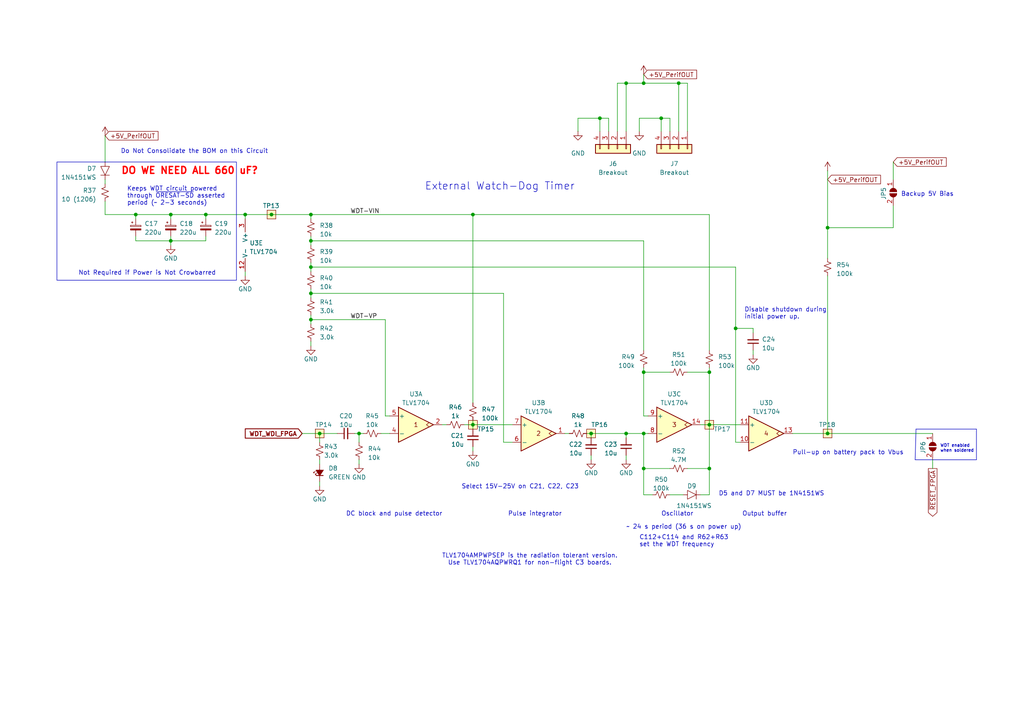
<source format=kicad_sch>
(kicad_sch (version 20231120) (generator "eeschema") (generator_version "8.0")
  (paper "A4")
  (lib_symbols
    (symbol "Connector_Generic:Conn_01x04" (pin_names (offset 1.016) hide)
      (property "Reference" "J" (at 0 5.08 0))
      (property "Value" "Conn_01x04" (at 0 -7.62 0))
      (symbol "Conn_01x04_1_1"
        (pin passive line (at -5.08 2.54 0) (length 3.81) (name "Pin_1") (number "1"))
        (pin passive line (at -5.08 0 0) (length 3.81) (name "Pin_2") (number "2"))
        (pin passive line (at -5.08 -2.54 0) (length 3.81) (name "Pin_3") (number "3"))
        (pin passive line (at -5.08 -5.08 0) (length 3.81) (name "Pin_4") (number "4"))
      )
    )
    (symbol "Device:C_Polarized_Small" (pin_numbers hide) (pin_names (offset 0.254) hide)
      (property "Reference" "C" (at 0.254 1.778 0))
      (property "Value" "C_Polarized_Small" (at 0.254 -2.032 0))
      (symbol "C_Polarized_Small_1_1"
        (pin passive line (at 0 2.54 270) (length 1.8542) (name "~") (number "1"))
        (pin passive line (at 0 -2.54 90) (length 1.8542) (name "~") (number "2"))
      )
    )
    (symbol "Device:C_Small" (pin_numbers hide) (pin_names (offset 0.254) hide)
      (property "Reference" "C" (at 0.254 1.778 0))
      (property "Value" "C_Small" (at 0.254 -2.032 0))
      (symbol "C_Small_1_1"
        (pin passive line (at 0 2.54 270) (length 2.032) (name "~") (number "1"))
        (pin passive line (at 0 -2.54 90) (length 2.032) (name "~") (number "2"))
      )
    )
    (symbol "Device:LED_Small_Filled" (pin_numbers hide) (pin_names (offset 0.254) hide)
      (property "Reference" "D" (at -1.27 3.175 0))
      (property "Value" "LED_Small_Filled" (at -4.445 -2.54 0))
      (symbol "LED_Small_Filled_1_1"
        (pin passive line (at -2.54 0 0) (length 1.778) (name "K") (number "1"))
        (pin passive line (at 2.54 0 180) (length 1.778) (name "A") (number "2"))
      )
    )
    (symbol "Device:R_Small_US" (pin_numbers hide) (pin_names (offset 0.254) hide)
      (property "Reference" "R" (at 0.762 0.508 0))
      (property "Value" "R_Small_US" (at 0.762 -1.016 0))
      (symbol "R_Small_US_1_1"
        (pin passive line (at 0 2.54 270) (length 1.016) (name "~") (number "1"))
        (pin passive line (at 0 -2.54 90) (length 1.016) (name "~") (number "2"))
      )
    )
    (symbol "GND_1" (power) (pin_numbers hide) (pin_names (offset 0) hide)
      (property "Value" "GND" (at 0 -3.81 0))
      (symbol "GND_1_1_1"
        (pin power_in line (at 0 0 270) (length 0) (name "~") (number "1"))
      )
    )
    (symbol "Jumper:SolderJumper_2_Open" (pin_names (offset 0) hide)
      (property "Reference" "JP" (at 0 2.032 0))
      (property "Value" "SolderJumper_2_Open" (at 0 -2.54 0))
      (symbol "SolderJumper_2_Open_1_1"
        (pin passive line (at -3.81 0 0) (length 2.54) (name "A") (number "1"))
        (pin passive line (at 3.81 0 180) (length 2.54) (name "B") (number "2"))
      )
    )
    (symbol "TLV1704AIPWR_1" (pin_names (offset 0.127))
      (property "Reference" "U" (at 0 5.08 0))
      (property "Value" "TLV1704AIPWR" (at 0 -5.08 0))
      (symbol "TLV1704AIPWR_1_1_1"
        (text "1" (at 0 0 0) (effects (font (size 1.27 1.27))))
        (pin open_collector line (at 7.62 0 180) (length 2.54) (name "~") (number "2"))
        (pin input line (at -7.62 -2.54 0) (length 2.54) (name "-") (number "4"))
        (pin input line (at -7.62 2.54 0) (length 2.54) (name "+") (number "5"))
      )
      (symbol "TLV1704AIPWR_1_2_1"
        (text "2" (at 0 0 0) (effects (font (size 1.27 1.27))))
        (pin open_collector line (at 7.62 0 180) (length 2.54) (name "~") (number "1"))
        (pin input line (at -7.62 -2.54 0) (length 2.54) (name "-") (number "6"))
        (pin input line (at -7.62 2.54 0) (length 2.54) (name "+") (number "7"))
      )
      (symbol "TLV1704AIPWR_1_3_1"
        (text "3" (at 0 0 0) (effects (font (size 1.27 1.27))))
        (pin open_collector line (at 7.62 0 180) (length 2.54) (name "~") (number "14"))
        (pin input line (at -7.62 -2.54 0) (length 2.54) (name "-") (number "8"))
        (pin input line (at -7.62 2.54 0) (length 2.54) (name "+") (number "9"))
      )
      (symbol "TLV1704AIPWR_1_4_1"
        (text "4" (at 0 0 0) (effects (font (size 1.27 1.27))))
        (pin input line (at -7.62 -2.54 0) (length 2.54) (name "-") (number "10"))
        (pin input line (at -7.62 2.54 0) (length 2.54) (name "+") (number "11"))
        (pin open_collector line (at 7.62 0 180) (length 2.54) (name "~") (number "13"))
      )
      (symbol "TLV1704AIPWR_1_5_1"
        (pin power_in line (at -2.54 -7.62 90) (length 3.81) (name "V-") (number "12"))
        (pin power_in line (at -2.54 7.62 270) (length 3.81) (name "V+") (number "3"))
      )
    )
    (symbol "TLV1704AIPWR_2" (pin_names (offset 0.127))
      (property "Reference" "U" (at 0 5.08 0))
      (property "Value" "TLV1704AIPWR" (at 0 -5.08 0))
      (symbol "TLV1704AIPWR_2_1_1"
        (text "1" (at 0 0 0) (effects (font (size 1.27 1.27))))
        (pin open_collector line (at 7.62 0 180) (length 2.54) (name "~") (number "2"))
        (pin input line (at -7.62 -2.54 0) (length 2.54) (name "-") (number "4"))
        (pin input line (at -7.62 2.54 0) (length 2.54) (name "+") (number "5"))
      )
      (symbol "TLV1704AIPWR_2_2_1"
        (text "2" (at 0 0 0) (effects (font (size 1.27 1.27))))
        (pin open_collector line (at 7.62 0 180) (length 2.54) (name "~") (number "1"))
        (pin input line (at -7.62 -2.54 0) (length 2.54) (name "-") (number "6"))
        (pin input line (at -7.62 2.54 0) (length 2.54) (name "+") (number "7"))
      )
      (symbol "TLV1704AIPWR_2_3_1"
        (text "3" (at 0 0 0) (effects (font (size 1.27 1.27))))
        (pin open_collector line (at 7.62 0 180) (length 2.54) (name "~") (number "14"))
        (pin input line (at -7.62 -2.54 0) (length 2.54) (name "-") (number "8"))
        (pin input line (at -7.62 2.54 0) (length 2.54) (name "+") (number "9"))
      )
      (symbol "TLV1704AIPWR_2_4_1"
        (text "4" (at 0 0 0) (effects (font (size 1.27 1.27))))
        (pin input line (at -7.62 -2.54 0) (length 2.54) (name "-") (number "10"))
        (pin input line (at -7.62 2.54 0) (length 2.54) (name "+") (number "11"))
        (pin open_collector line (at 7.62 0 180) (length 2.54) (name "~") (number "13"))
      )
      (symbol "TLV1704AIPWR_2_5_1"
        (pin power_in line (at -2.54 -7.62 90) (length 3.81) (name "V-") (number "12"))
        (pin power_in line (at -2.54 7.62 270) (length 3.81) (name "V+") (number "3"))
      )
    )
    (symbol "TLV1704AIPWR_3" (pin_names (offset 0.127))
      (property "Reference" "U" (at 0 5.08 0))
      (property "Value" "TLV1704AIPWR" (at 0 -5.08 0))
      (symbol "TLV1704AIPWR_3_1_1"
        (text "1" (at 0 0 0) (effects (font (size 1.27 1.27))))
        (pin open_collector line (at 7.62 0 180) (length 2.54) (name "~") (number "2"))
        (pin input line (at -7.62 -2.54 0) (length 2.54) (name "-") (number "4"))
        (pin input line (at -7.62 2.54 0) (length 2.54) (name "+") (number "5"))
      )
      (symbol "TLV1704AIPWR_3_2_1"
        (text "2" (at 0 0 0) (effects (font (size 1.27 1.27))))
        (pin open_collector line (at 7.62 0 180) (length 2.54) (name "~") (number "1"))
        (pin input line (at -7.62 -2.54 0) (length 2.54) (name "-") (number "6"))
        (pin input line (at -7.62 2.54 0) (length 2.54) (name "+") (number "7"))
      )
      (symbol "TLV1704AIPWR_3_3_1"
        (text "3" (at 0 0 0) (effects (font (size 1.27 1.27))))
        (pin open_collector line (at 7.62 0 180) (length 2.54) (name "~") (number "14"))
        (pin input line (at -7.62 -2.54 0) (length 2.54) (name "-") (number "8"))
        (pin input line (at -7.62 2.54 0) (length 2.54) (name "+") (number "9"))
      )
      (symbol "TLV1704AIPWR_3_4_1"
        (text "4" (at 0 0 0) (effects (font (size 1.27 1.27))))
        (pin input line (at -7.62 -2.54 0) (length 2.54) (name "-") (number "10"))
        (pin input line (at -7.62 2.54 0) (length 2.54) (name "+") (number "11"))
        (pin open_collector line (at 7.62 0 180) (length 2.54) (name "~") (number "13"))
      )
      (symbol "TLV1704AIPWR_3_5_1"
        (pin power_in line (at -2.54 -7.62 90) (length 3.81) (name "V-") (number "12"))
        (pin power_in line (at -2.54 7.62 270) (length 3.81) (name "V+") (number "3"))
      )
    )
    (symbol "TLV1704AIPWR_4" (pin_names (offset 0.127))
      (property "Reference" "U" (at 0 5.08 0))
      (property "Value" "TLV1704AIPWR" (at 0 -5.08 0))
      (symbol "TLV1704AIPWR_4_1_1"
        (text "1" (at 0 0 0) (effects (font (size 1.27 1.27))))
        (pin open_collector line (at 7.62 0 180) (length 2.54) (name "~") (number "2"))
        (pin input line (at -7.62 -2.54 0) (length 2.54) (name "-") (number "4"))
        (pin input line (at -7.62 2.54 0) (length 2.54) (name "+") (number "5"))
      )
      (symbol "TLV1704AIPWR_4_2_1"
        (text "2" (at 0 0 0) (effects (font (size 1.27 1.27))))
        (pin open_collector line (at 7.62 0 180) (length 2.54) (name "~") (number "1"))
        (pin input line (at -7.62 -2.54 0) (length 2.54) (name "-") (number "6"))
        (pin input line (at -7.62 2.54 0) (length 2.54) (name "+") (number "7"))
      )
      (symbol "TLV1704AIPWR_4_3_1"
        (text "3" (at 0 0 0) (effects (font (size 1.27 1.27))))
        (pin open_collector line (at 7.62 0 180) (length 2.54) (name "~") (number "14"))
        (pin input line (at -7.62 -2.54 0) (length 2.54) (name "-") (number "8"))
        (pin input line (at -7.62 2.54 0) (length 2.54) (name "+") (number "9"))
      )
      (symbol "TLV1704AIPWR_4_4_1"
        (text "4" (at 0 0 0) (effects (font (size 1.27 1.27))))
        (pin input line (at -7.62 -2.54 0) (length 2.54) (name "-") (number "10"))
        (pin input line (at -7.62 2.54 0) (length 2.54) (name "+") (number "11"))
        (pin open_collector line (at 7.62 0 180) (length 2.54) (name "~") (number "13"))
      )
      (symbol "TLV1704AIPWR_4_5_1"
        (pin power_in line (at -2.54 -7.62 90) (length 3.81) (name "V-") (number "12"))
        (pin power_in line (at -2.54 7.62 270) (length 3.81) (name "V+") (number "3"))
      )
    )
    (symbol "oresat-diodes:1N4151WS-HE3" (pin_numbers hide) (pin_names (offset 0) hide)
      (property "Reference" "D" (at 0 2.54 0))
      (property "Value" "1N4151WS" (at 0 -2.54 0))
      (symbol "1N4151WS-HE3_1_1"
        (pin passive line (at 2.54 0 180) (length 1.27) (name "1") (number "1"))
        (pin passive line (at -2.54 0 0) (length 1.27) (name "2") (number "2"))
      )
    )
    (symbol "oresat-ics:TLV1704AIPWR" (pin_names (offset 0.127))
      (property "Reference" "U" (at 0 5.08 0))
      (property "Value" "TLV1704AIPWR" (at 0 -5.08 0))
      (symbol "TLV1704AIPWR_1_1"
        (text "1" (at 0 0 0) (effects (font (size 1.27 1.27))))
        (pin open_collector line (at 7.62 0 180) (length 2.54) (name "~") (number "2"))
        (pin input line (at -7.62 -2.54 0) (length 2.54) (name "-") (number "4"))
        (pin input line (at -7.62 2.54 0) (length 2.54) (name "+") (number "5"))
      )
      (symbol "TLV1704AIPWR_2_1"
        (text "2" (at 0 0 0) (effects (font (size 1.27 1.27))))
        (pin open_collector line (at 7.62 0 180) (length 2.54) (name "~") (number "1"))
        (pin input line (at -7.62 -2.54 0) (length 2.54) (name "-") (number "6"))
        (pin input line (at -7.62 2.54 0) (length 2.54) (name "+") (number "7"))
      )
      (symbol "TLV1704AIPWR_3_1"
        (text "3" (at 0 0 0) (effects (font (size 1.27 1.27))))
        (pin open_collector line (at 7.62 0 180) (length 2.54) (name "~") (number "14"))
        (pin input line (at -7.62 -2.54 0) (length 2.54) (name "-") (number "8"))
        (pin input line (at -7.62 2.54 0) (length 2.54) (name "+") (number "9"))
      )
      (symbol "TLV1704AIPWR_4_1"
        (text "4" (at 0 0 0) (effects (font (size 1.27 1.27))))
        (pin input line (at -7.62 -2.54 0) (length 2.54) (name "-") (number "10"))
        (pin input line (at -7.62 2.54 0) (length 2.54) (name "+") (number "11"))
        (pin open_collector line (at 7.62 0 180) (length 2.54) (name "~") (number "13"))
      )
      (symbol "TLV1704AIPWR_5_1"
        (pin power_in line (at -2.54 -7.62 90) (length 3.81) (name "V-") (number "12"))
        (pin power_in line (at -2.54 7.62 270) (length 3.81) (name "V+") (number "3"))
      )
    )
    (symbol "oresat-misc:Test-Point-0.75mm-th" (exclude_from_sim yes) (in_bom no)
      (property "Reference" "TP" (at 0 2.54 0))
      (symbol "Test-Point-0.75mm-th_1_0"
        (pin passive line (at 0 0 0) (length 0) (name "1") (number "1"))
      )
    )
    (symbol "power:GND" (power) (pin_names (offset 0))
      (property "Value" "GND" (at 0 -3.81 0))
      (symbol "GND_1_1"
        (pin power_in line (at 0 0 270) (length 0) hide (name "GND") (number "1"))
      )
    )
    (symbol "power:VBUS" (power) (pin_numbers hide) (pin_names (offset 0) hide)
      (property "Value" "VBUS" (at 0 3.556 0))
      (symbol "VBUS_1_1"
        (pin power_in line (at 0 0 90) (length 0) (name "~") (number "1"))
      )
    )
  )
  (junction (at 171.45 125.73))
  (junction (at 39.37 62.23))
  (junction (at 240.03 66.04))
  (junction (at 90.17 77.47))
  (junction (at 186.69 107.95))
  (junction (at 49.53 69.85))
  (junction (at 205.74 135.89))
  (junction (at 181.61 24.13))
  (junction (at 90.17 69.85))
  (junction (at 205.74 123.19))
  (junction (at 173.99 34.29))
  (junction (at 240.03 125.73))
  (junction (at 213.36 95.25))
  (junction (at 59.69 62.23))
  (junction (at 186.69 24.13))
  (junction (at 137.16 62.23))
  (junction (at 137.16 123.19))
  (junction (at 71.12 62.23))
  (junction (at 90.17 85.09))
  (junction (at 191.77 34.29))
  (junction (at 92.71 125.73))
  (junction (at 186.69 125.73))
  (junction (at 181.61 125.73))
  (junction (at 205.74 107.95))
  (junction (at 104.14 125.73))
  (junction (at 78.74 62.23))
  (junction (at 49.53 62.23))
  (junction (at 90.17 62.23))
  (junction (at 90.17 92.71))
  (junction (at 186.69 135.89))
  (junction (at 196.85 24.13))
  (wire (pts (xy 185.42 34.29) (xy 185.42 38.1)))
  (wire (pts (xy 259.08 59.69) (xy 259.08 66.04)))
  (wire (pts (xy 167.64 34.29) (xy 167.64 38.1)))
  (wire (pts (xy 173.99 38.1) (xy 173.99 34.29)))
  (wire (pts (xy 59.69 63.5) (xy 59.69 62.23)))
  (wire (pts (xy 137.16 130.81) (xy 137.16 129.54)))
  (wire (pts (xy 181.61 127) (xy 181.61 125.73)))
  (wire (pts (xy 170.18 125.73) (xy 171.45 125.73)))
  (wire (pts (xy 49.53 69.85) (xy 39.37 69.85)))
  (wire (pts (xy 186.69 125.73) (xy 187.96 125.73)))
  (wire (pts (xy 199.39 38.1) (xy 199.39 24.13)))
  (wire (pts (xy 90.17 69.85) (xy 186.69 69.85)))
  (wire (pts (xy 181.61 24.13) (xy 181.61 38.1)))
  (wire (pts (xy 186.69 120.65) (xy 186.69 107.95)))
  (wire (pts (xy 199.39 24.13) (xy 196.85 24.13)))
  (wire (pts (xy 181.61 133.35) (xy 181.61 132.08)))
  (wire (pts (xy 173.99 34.29) (xy 167.64 34.29)))
  (wire (pts (xy 90.17 92.71) (xy 111.76 92.71)))
  (wire (pts (xy 92.71 140.97) (xy 92.71 139.7)))
  (wire (pts (xy 90.17 92.71) (xy 90.17 93.98)))
  (wire (pts (xy 90.17 99.06) (xy 90.17 100.33)))
  (wire (pts (xy 128.27 123.19) (xy 129.54 123.19)))
  (wire (pts (xy 71.12 62.23) (xy 78.74 62.23)))
  (polyline (pts (xy 265.43 133.35) (xy 265.684 124.46)))
  (wire (pts (xy 137.16 123.19) (xy 137.16 124.46)))
  (wire (pts (xy 186.69 143.51) (xy 186.69 135.89)))
  (wire (pts (xy 59.69 62.23) (xy 71.12 62.23)))
  (wire (pts (xy 259.08 46.99) (xy 259.08 52.07)))
  (wire (pts (xy 171.45 133.35) (xy 171.45 132.08)))
  (wire (pts (xy 49.53 69.85) (xy 59.69 69.85)))
  (wire (pts (xy 104.14 133.35) (xy 104.14 134.62)))
  (wire (pts (xy 92.71 128.27) (xy 92.71 125.73)))
  (wire (pts (xy 186.69 143.51) (xy 189.23 143.51)))
  (wire (pts (xy 213.36 128.27) (xy 214.63 128.27)))
  (wire (pts (xy 191.77 34.29) (xy 194.31 34.29)))
  (wire (pts (xy 240.03 125.73) (xy 270.51 125.73)))
  (polyline (pts (xy 265.684 124.46) (xy 283.21 124.46)))
  (wire (pts (xy 49.53 69.85) (xy 49.53 71.12)))
  (wire (pts (xy 186.69 135.89) (xy 186.69 125.73)))
  (wire (pts (xy 49.53 62.23) (xy 49.53 63.5)))
  (wire (pts (xy 71.12 80.01) (xy 71.12 78.74)))
  (wire (pts (xy 196.85 38.1) (xy 196.85 24.13)))
  (wire (pts (xy 229.87 125.73) (xy 240.03 125.73)))
  (wire (pts (xy 30.48 39.37) (xy 30.48 46.99)))
  (wire (pts (xy 163.83 125.73) (xy 165.1 125.73)))
  (wire (pts (xy 171.45 125.73) (xy 181.61 125.73)))
  (wire (pts (xy 240.03 49.53) (xy 240.03 66.04)))
  (wire (pts (xy 213.36 95.25) (xy 213.36 128.27)))
  (wire (pts (xy 111.76 92.71) (xy 111.76 120.65)))
  (polyline (pts (xy 283.21 124.46) (xy 283.21 133.35)))
  (wire (pts (xy 179.07 24.13) (xy 181.61 24.13)))
  (wire (pts (xy 90.17 68.58) (xy 90.17 69.85)))
  (wire (pts (xy 194.31 34.29) (xy 194.31 38.1)))
  (wire (pts (xy 205.74 135.89) (xy 205.74 123.19)))
  (wire (pts (xy 218.44 102.87) (xy 218.44 101.6)))
  (wire (pts (xy 137.16 123.19) (xy 148.59 123.19)))
  (wire (pts (xy 134.62 123.19) (xy 137.16 123.19)))
  (wire (pts (xy 104.14 125.73) (xy 104.14 128.27)))
  (wire (pts (xy 186.69 106.68) (xy 186.69 107.95)))
  (wire (pts (xy 137.16 62.23) (xy 90.17 62.23)))
  (wire (pts (xy 199.39 135.89) (xy 205.74 135.89)))
  (wire (pts (xy 90.17 77.47) (xy 90.17 78.74)))
  (wire (pts (xy 176.53 34.29) (xy 176.53 38.1)))
  (wire (pts (xy 187.96 120.65) (xy 186.69 120.65)))
  (wire (pts (xy 181.61 24.13) (xy 186.69 24.13)))
  (wire (pts (xy 213.36 77.47) (xy 213.36 95.25)))
  (wire (pts (xy 90.17 91.44) (xy 90.17 92.71)))
  (wire (pts (xy 92.71 133.35) (xy 92.71 134.62)))
  (wire (pts (xy 90.17 63.5) (xy 90.17 62.23)))
  (wire (pts (xy 196.85 24.13) (xy 186.69 24.13)))
  (wire (pts (xy 39.37 68.58) (xy 39.37 69.85)))
  (wire (pts (xy 137.16 123.19) (xy 137.16 121.92)))
  (wire (pts (xy 199.39 107.95) (xy 205.74 107.95)))
  (wire (pts (xy 30.48 58.42) (xy 30.48 62.23)))
  (wire (pts (xy 205.74 101.6) (xy 205.74 62.23)))
  (wire (pts (xy 194.31 143.51) (xy 198.12 143.51)))
  (wire (pts (xy 102.87 125.73) (xy 104.14 125.73)))
  (wire (pts (xy 194.31 135.89) (xy 186.69 135.89)))
  (wire (pts (xy 90.17 83.82) (xy 90.17 85.09)))
  (wire (pts (xy 146.05 85.09) (xy 146.05 128.27)))
  (wire (pts (xy 213.36 95.25) (xy 218.44 95.25)))
  (wire (pts (xy 90.17 85.09) (xy 90.17 86.36)))
  (wire (pts (xy 205.74 106.68) (xy 205.74 107.95)))
  (wire (pts (xy 87.63 125.73) (xy 92.71 125.73)))
  (wire (pts (xy 104.14 125.73) (xy 105.41 125.73)))
  (wire (pts (xy 171.45 125.73) (xy 171.45 127)))
  (wire (pts (xy 71.12 63.5) (xy 71.12 62.23)))
  (wire (pts (xy 203.2 143.51) (xy 205.74 143.51)))
  (wire (pts (xy 90.17 69.85) (xy 90.17 71.12)))
  (wire (pts (xy 111.76 120.65) (xy 113.03 120.65)))
  (wire (pts (xy 30.48 52.07) (xy 30.48 53.34)))
  (wire (pts (xy 90.17 76.2) (xy 90.17 77.47)))
  (wire (pts (xy 30.48 62.23) (xy 39.37 62.23)))
  (wire (pts (xy 203.2 123.19) (xy 205.74 123.19)))
  (wire (pts (xy 186.69 107.95) (xy 194.31 107.95)))
  (wire (pts (xy 240.03 66.04) (xy 240.03 74.93)))
  (wire (pts (xy 240.03 80.01) (xy 240.03 125.73)))
  (wire (pts (xy 92.71 125.73) (xy 97.79 125.73)))
  (wire (pts (xy 90.17 85.09) (xy 146.05 85.09)))
  (wire (pts (xy 39.37 62.23) (xy 49.53 62.23)))
  (wire (pts (xy 137.16 62.23) (xy 205.74 62.23)))
  (wire (pts (xy 146.05 128.27) (xy 148.59 128.27)))
  (wire (pts (xy 205.74 107.95) (xy 205.74 123.19)))
  (wire (pts (xy 59.69 68.58) (xy 59.69 69.85)))
  (wire (pts (xy 181.61 125.73) (xy 186.69 125.73)))
  (wire (pts (xy 179.07 38.1) (xy 179.07 24.13)))
  (wire (pts (xy 259.08 66.04) (xy 240.03 66.04)))
  (wire (pts (xy 191.77 38.1) (xy 191.77 34.29)))
  (wire (pts (xy 137.16 62.23) (xy 137.16 116.84)))
  (wire (pts (xy 191.77 34.29) (xy 185.42 34.29)))
  (wire (pts (xy 218.44 96.52) (xy 218.44 95.25)))
  (wire (pts (xy 205.74 143.51) (xy 205.74 135.89)))
  (wire (pts (xy 39.37 62.23) (xy 39.37 63.5)))
  (polyline (pts (xy 283.21 133.35) (xy 265.43 133.35)))
  (wire (pts (xy 110.49 125.73) (xy 113.03 125.73)))
  (wire (pts (xy 49.53 68.58) (xy 49.53 69.85)))
  (wire (pts (xy 186.69 24.13) (xy 186.69 21.59)))
  (wire (pts (xy 49.53 62.23) (xy 59.69 62.23)))
  (wire (pts (xy 205.74 123.19) (xy 214.63 123.19)))
  (wire (pts (xy 90.17 77.47) (xy 213.36 77.47)))
  (wire (pts (xy 173.99 34.29) (xy 176.53 34.29)))
  (wire (pts (xy 270.51 133.35) (xy 270.51 135.89)))
  (wire (pts (xy 186.69 101.6) (xy 186.69 69.85)))
  (wire (pts (xy 78.74 62.23) (xy 90.17 62.23)))
  (rectangle (start 16.51 46.99) (end 68.58 81.28))
  (text "WDT enabled\nwhen soldered" (at 272.669 131.318 0) (effects (font (size 0.889 0.889)) (justify left bottom)))
  (text "Output buffer" (at 215.265 149.86 0) (effects (font (size 1.27 1.27)) (justify left bottom)))
  (text "C112+C114 and R62+R63 \nset the WDT frequency" (at 185.42 158.75 0) (effects (font (size 1.27 1.27)) (justify left bottom)))
  (text "Disable shutdown during\ninitial power up." (at 215.9 92.71 0) (effects (font (size 1.27 1.27)) (justify left bottom)))
  (text "Not Required if Power is Not Crowbarred " (at 43.18 79.248 0) (effects (font (size 1.27 1.27))))
  (text "External Watch-Dog Timer" (at 123.19 55.372 0) (effects (font (size 2.159 2.159)) (justify left bottom)))
  (text "DC block and pulse detector" (at 100.33 149.86 0) (effects (font (size 1.27 1.27)) (justify left bottom)))
  (text "Pull-up on battery pack to Vbus" (at 229.87 132.08 0) (effects (font (size 1.27 1.27)) (justify left bottom)))
  (text "Select 15V-25V on C21, C22, C23" (at 150.876 141.224 0) (effects (font (size 1.27 1.27))))
  (text "Pulse integrator" (at 147.32 149.86 0) (effects (font (size 1.27 1.27)) (justify left bottom)))
  (text "TLV1704AMPWPSEP is the radiation tolerant version.\nUse TLV1704AQPWRQ1 for non-flight C3 boards." (at 153.67 162.306 0) (effects (font (size 1.27 1.27))))
  (text "~ 24 s period (36 s on power up)" (at 181.61 153.67 0) (effects (font (size 1.27 1.27)) (justify left bottom)))
  (text "DO WE NEED ALL 660 uF?" (at 35.052 50.8 0) (effects (font (size 2 2) (thickness 0.4) (bold yes)) (justify left bottom)))
  (text "Do Not Consolidate the BOM on this Circuit" (at 56.388 43.942 0) (effects (font (size 1.27 1.27))))
  (text "Oscillator" (at 191.77 149.86 0) (effects (font (size 1.27 1.27)) (justify left bottom)))
  (text "Keeps WDT circuit powered\nthrough ~{ORESAT-SD} asserted\nperiod (~ 2-3 seconds)" (at 36.83 59.69 0) (effects (font (size 1.27 1.27)) (justify left bottom)))
  (text "D5 and D7 MUST be 1N4151WS" (at 223.774 143.256 0) (effects (font (size 1.27 1.27))))
  (text "Backup 5V Bias" (at 268.986 56.388 0) (effects (font (size 1.27 1.27))))
  (label "WDT-VP" (at 101.6 92.71 0))
  (label "WDT-VIN" (at 101.6 62.23 0))
  (global_label "~{RESET_FPGA}" (shape output) (at 270.51 135.89 270) (property "Intersheetrefs" "${INTERSHEET_REFS}" (effects (hide yes))))
  (global_label "+5V_PerifOUT" (shape input) (at 240.03 52.07 0) (property "Intersheetrefs" "${INTERSHEET_REFS}" (effects (hide yes))))
  (global_label "+5V_PerifOUT" (shape input) (at 259.08 46.99 0) (property "Intersheetrefs" "${INTERSHEET_REFS}" (effects (hide yes))))
  (global_label "+5V_PerifOUT" (shape input) (at 30.48 39.37 0) (property "Intersheetrefs" "${INTERSHEET_REFS}" (effects (hide yes))))
  (global_label "WDT_WDI_FPGA" (shape input) (at 87.63 125.73 180) (effects (font (thickness 0.254) (bold yes))) (property "Intersheetrefs" "${INTERSHEET_REFS}" (effects (hide yes))))
  (global_label "+5V_PerifOUT" (shape input) (at 186.69 21.59 0) (property "Intersheetrefs" "${INTERSHEET_REFS}" (effects (hide yes))))
  (symbol (lib_id "Device:R_Small_US") (at 90.17 81.28 0) (unit 1)
    (property "Reference" "R40" (at 92.71 80.645 0) (effects (justify left)))
    (property "Value" "10k" (at 92.71 83.185 0) (effects (justify left)))
    (property "Footprint" "Resistor_SMD:R_0603_1608Metric" (effects (hide yes)))
    (property "Description" "10 kOhms ±1% 0.1W, 1/10W Chip Resistor 0603 (1608 Metric) Automotive AEC-Q200 Thick Film" (effects (hide yes)))
    (property "DPN" "RMCF0603FT10K0CT-ND" (effects (hide yes)))
    (property "DST" "Digi-Key" (effects (hide yes)))
    (property "MFR" "Stackpole Electronics Inc" (effects (hide yes)))
    (property "MPN" "RMCF0603FT10K0" (effects (hide yes)))
  )
  (symbol (lib_id "oresat-misc:Test-Point-0.75mm-th") (at 240.03 125.73 0) (unit 1) (exclude_from_sim yes) (in_bom no)
    (property "Reference" "TP18" (at 237.49 123.19 0) (effects (justify left)))
    (property "Value" "TestPoint-MinTH" (effects (hide yes)))
    (property "Footprint" "oresat-misc:TestPoint-0.75mm-th" (effects (hide yes)))
    (property "Description" "0.75 mm TH test point; good for scope probes and jumpers" (effects (hide yes)))
  )
  (symbol (lib_name "TLV1704AIPWR_4") (lib_id "oresat-ics:TLV1704AIPWR") (at 156.21 125.73 0) (unit 2)
    (property "Reference" "U3" (at 156.21 116.84 0))
    (property "Value" "TLV1704" (at 156.21 119.38 0))
    (property "Footprint" "Package_SO:TSSOP-14_4.4x5mm_P0.65mm" (effects (hide yes)))
    (property "Datasheet" "https://www.ti.com/lit/ds/symlink/tlv1704-sep.pdf" (effects (hide yes)))
    (property "Description" "Analog Comparators 2.2-V to 36-V, radiation tolerant microPower quad comparator in space enhanced plastic 14-TSSOP -55 to 125" (effects (hide yes)))
    (property "MFR" "Texas Instruments" (effects (hide yes)))
    (property "MPN" "TLV1704AQPWRQ1" (effects (hide yes)))
    (property "DST" "Digi-Key" (effects (hide yes)))
    (property "DPN" "296-43799-2-ND" (effects (hide yes)))
  )
  (symbol (lib_id "Device:R_Small_US") (at 196.85 135.89 270) (unit 1)
    (property "Reference" "R52" (at 196.85 130.81 90))
    (property "Value" "4.7M" (at 196.85 133.35 90))
    (property "Footprint" "Resistor_SMD:R_0603_1608Metric" (effects (hide yes)))
    (property "Description" "4.7 MOhms ±1% 0.1W, 1/10W Chip Resistor 0603 (1608 Metric) Automotive AEC-Q200 Thick Film" (effects (hide yes)))
    (property "DPN" "RMCF0603FT4M70CT-ND" (effects (hide yes)))
    (property "DST" "Digi-Key" (effects (hide yes)))
    (property "MFR" "Stackpole Electronics Inc" (effects (hide yes)))
    (property "MPN" "RMCF0603FT4M70" (effects (hide yes)))
  )
  (symbol (lib_id "Device:R_Small_US") (at 191.77 143.51 270) (unit 1)
    (property "Reference" "R50" (at 191.77 139.065 90))
    (property "Value" "100k" (at 191.77 141.605 90))
    (property "Footprint" "Resistor_SMD:R_0603_1608Metric" (effects (hide yes)))
    (property "Description" "100 kOhms ±5% 0.1W, 1/10W Chip Resistor 0603 (1608 Metric) Automotive AEC-Q200 Thick Film" (effects (hide yes)))
    (property "DPN" "RMCF0603FT100KCT-ND" (effects (hide yes)))
    (property "DST" "Digi-Key" (effects (hide yes)))
    (property "MFR" "Stackpole Electronics Inc" (effects (hide yes)))
    (property "MPN" "RMCF0603FT100K" (effects (hide yes)))
  )
  (symbol (lib_id "Jumper:SolderJumper_2_Open") (at 259.08 55.88 270) (unit 1)
    (property "Reference" "JP5" (at 256.286 56.134 0))
    (property "Value" "SolderJumper_2_Open" (effects (hide yes)))
    (property "Footprint" "Jumper:SolderJumper-2_P1.3mm_Open_RoundedPad1.0x1.5mm" (effects (hide yes)))
  )
  (symbol (lib_id "oresat-misc:Test-Point-0.75mm-th") (at 205.74 123.19 0) (unit 1) (exclude_from_sim yes) (in_bom no)
    (property "Reference" "TP17" (at 207.01 124.46 0) (effects (justify left)))
    (property "Value" "TestPoint-MinTH" (effects (hide yes)))
    (property "Footprint" "oresat-misc:TestPoint-0.75mm-th" (effects (hide yes)))
    (property "Description" "0.75 mm TH test point; good for scope probes and jumpers" (effects (hide yes)))
  )
  (symbol (lib_id "power:GND") (at 104.14 134.62 0) (unit 1)
    (property "Reference" "#PWR037" (effects (hide yes)))
    (property "Value" "GND" (at 104.14 138.43 0))
    (property "Description" "Power symbol creates a global label with name \"GND\" , ground" (effects (hide yes)))
  )
  (symbol (lib_id "Device:LED_Small_Filled") (at 92.71 137.16 90) (unit 1)
    (property "Reference" "D8" (at 95.25 135.8265 90) (effects (justify right)))
    (property "Value" "GREEN" (at 95.25 138.3665 90) (effects (justify right)))
    (property "Footprint" "LED_SMD:LED_0603_1608Metric" (effects (hide yes)))
    (property "Description" "Green 520nm LED Indication - Discrete 3.2V 0603 (1608 Metric) - 430 mcd @ 20 mA" (effects (hide yes)))
    (property "DPN" "732-4971-1-ND" (effects (hide yes)))
    (property "DST" "Digi-Key" (effects (hide yes)))
    (property "MFR" "Wurth" (effects (hide yes)))
    (property "MPN" "150060GS75000" (effects (hide yes)))
  )
  (symbol (lib_id "Device:R_Small_US") (at 196.85 107.95 90) (unit 1)
    (property "Reference" "R51" (at 196.85 102.87 90))
    (property "Value" "100k" (at 196.85 105.41 90))
    (property "Footprint" "Resistor_SMD:R_0603_1608Metric" (effects (hide yes)))
    (property "Description" "100 kOhms ±5% 0.1W, 1/10W Chip Resistor 0603 (1608 Metric) Automotive AEC-Q200 Thick Film" (effects (hide yes)))
    (property "DPN" "RMCF0603FT100KCT-ND" (effects (hide yes)))
    (property "DST" "Digi-Key" (effects (hide yes)))
    (property "MFR" "Stackpole Electronics Inc" (effects (hide yes)))
    (property "MPN" "RMCF0603FT100K" (effects (hide yes)))
  )
  (symbol (lib_id "Device:R_Small_US") (at 132.08 123.19 90) (unit 1)
    (property "Reference" "R46" (at 132.08 118.11 90))
    (property "Value" "1k" (at 132.08 120.65 90))
    (property "Footprint" "Resistor_SMD:R_0603_1608Metric" (effects (hide yes)))
    (property "Description" "1 kOhms ±1% 0.1W, 1/10W Chip Resistor 0603 (1608 Metric) Automotive AEC-Q200 Thick Film" (effects (hide yes)))
    (property "DPN" "RMCF0603FT1K00CT-ND" (effects (hide yes)))
    (property "DST" "Digi-Key" (effects (hide yes)))
    (property "MFR" "Stackpole Electronics Inc" (effects (hide yes)))
    (property "MPN" "RMCF0603FT1K00" (effects (hide yes)))
  )
  (symbol (lib_id "power:GND") (at 71.12 80.01 0) (mirror y) (unit 1)
    (property "Reference" "#PWR031" (effects (hide yes)))
    (property "Value" "GND" (at 71.12 83.82 0))
    (property "Description" "Power symbol creates a global label with name \"GND\" , ground" (effects (hide yes)))
  )
  (symbol (lib_id "Connector_Generic:Conn_01x04") (at 196.85 43.18 270) (unit 1)
    (property "Reference" "J7" (at 195.58 47.498 90))
    (property "Value" "Breakout" (at 195.58 50.038 90))
    (property "Footprint" "FC_DEV_BOARD:JST_BM04B-SRSS-TB(LF)(SN)" (effects (hide yes)))
  )
  (symbol (lib_id "Device:R_Small_US") (at 90.17 96.52 0) (unit 1)
    (property "Reference" "R42" (at 92.71 95.25 0) (effects (justify left)))
    (property "Value" "3.0k" (at 92.71 97.79 0) (effects (justify left)))
    (property "Footprint" "Resistor_SMD:R_0603_1608Metric" (effects (hide yes)))
    (property "Description" "3 kOhms ±1% 0.1W, 1/10W Chip Resistor 0603 (1608 Metric) Automotive AEC-Q200 Thick Film" (effects (hide yes)))
    (property "DPN" "RMCF0603FT3K00CT-ND" (effects (hide yes)))
    (property "DST" "Digi-Key" (effects (hide yes)))
    (property "MFR" "Stackpole Electronics Inc" (effects (hide yes)))
    (property "MPN" "RMCF0603FT3K00" (effects (hide yes)))
  )
  (symbol (lib_id "Device:R_Small_US") (at 90.17 66.04 0) (unit 1)
    (property "Reference" "R38" (at 92.71 65.405 0) (effects (justify left)))
    (property "Value" "10k" (at 92.71 67.945 0) (effects (justify left)))
    (property "Footprint" "Resistor_SMD:R_0603_1608Metric" (effects (hide yes)))
    (property "Description" "10 kOhms ±1% 0.1W, 1/10W Chip Resistor 0603 (1608 Metric) Automotive AEC-Q200 Thick Film" (effects (hide yes)))
    (property "DPN" "RMCF0603FT10K0CT-ND" (effects (hide yes)))
    (property "DST" "Digi-Key" (effects (hide yes)))
    (property "MFR" "Stackpole Electronics Inc" (effects (hide yes)))
    (property "MPN" "RMCF0603FT10K0" (effects (hide yes)))
  )
  (symbol (lib_id "Device:C_Small") (at 100.33 125.73 90) (unit 1)
    (property "Reference" "C20" (at 100.3363 120.65 90))
    (property "Value" "10u" (at 100.3363 123.19 90))
    (property "Footprint" "Capacitor_SMD:C_0603_1608Metric" (effects (hide yes)))
    (property "Description" "10 µF ±10% 16V Ceramic Capacitor X5R 0603 (1608 Metric)" (effects (hide yes)))
    (property "DPN" "490-12317-1-ND" (effects (hide yes)))
    (property "DST" "Digi-Key" (effects (hide yes)))
    (property "MFR" "Murata" (effects (hide yes)))
    (property "MPN" "GRT188R61C106KE13D" (effects (hide yes)))
  )
  (symbol (lib_id "Device:R_Small_US") (at 104.14 130.81 0) (unit 1)
    (property "Reference" "R44" (at 106.68 130.175 0) (effects (justify left)))
    (property "Value" "10k" (at 106.68 132.715 0) (effects (justify left)))
    (property "Footprint" "Resistor_SMD:R_0603_1608Metric" (effects (hide yes)))
    (property "Description" "10 kOhms ±1% 0.1W, 1/10W Chip Resistor 0603 (1608 Metric) Automotive AEC-Q200 Thick Film" (effects (hide yes)))
    (property "DPN" "RMCF0603FT10K0CT-ND" (effects (hide yes)))
    (property "DST" "Digi-Key" (effects (hide yes)))
    (property "MFR" "Stackpole Electronics Inc" (effects (hide yes)))
    (property "MPN" "RMCF0603FT10K0" (effects (hide yes)))
  )
  (symbol (lib_id "power:GND") (at 137.16 130.81 0) (unit 1)
    (property "Reference" "#PWR038" (effects (hide yes)))
    (property "Value" "GND" (at 137.16 134.62 0))
    (property "Description" "Power symbol creates a global label with name \"GND\" , ground" (effects (hide yes)))
  )
  (symbol (lib_id "oresat-misc:Test-Point-0.75mm-th") (at 171.45 125.73 0) (unit 1) (exclude_from_sim yes) (in_bom no)
    (property "Reference" "TP16" (at 171.45 123.19 0) (effects (justify left)))
    (property "Value" "TestPoint-MinTH" (effects (hide yes)))
    (property "Footprint" "oresat-misc:TestPoint-0.75mm-th" (effects (hide yes)))
    (property "Description" "0.75 mm TH test point; good for scope probes and jumpers" (effects (hide yes)))
  )
  (symbol (lib_id "power:GND") (at 92.71 140.97 0) (unit 1)
    (property "Reference" "#PWR033" (effects (hide yes)))
    (property "Value" "GND" (at 92.71 144.78 0))
    (property "Description" "Power symbol creates a global label with name \"GND\" , ground" (effects (hide yes)))
  )
  (symbol (lib_id "power:VBUS") (at 30.48 39.37 0) (unit 1)
    (property "Reference" "#PWR029" (effects (hide yes)))
    (property "Value" "+5V_ROUT3" (effects (hide yes)))
    (property "Description" "Power symbol creates a global label with name \"VBUS\"" (effects (hide yes)))
  )
  (symbol (lib_id "power:GND") (at 49.53 71.12 0) (unit 1)
    (property "Reference" "#PWR030" (effects (hide yes)))
    (property "Value" "GND" (at 49.53 74.93 0))
    (property "Description" "Power symbol creates a global label with name \"GND\" , ground" (effects (hide yes)))
  )
  (symbol (lib_id "Device:C_Small") (at 171.45 129.54 0) (mirror x) (unit 1)
    (property "Reference" "C22" (at 168.91 128.8986 0) (effects (justify right)))
    (property "Value" "10u" (at 168.91 131.4386 0) (effects (justify right)))
    (property "Footprint" "Capacitor_SMD:C_0603_1608Metric" (effects (hide yes)))
    (property "Description" "10 µF ±10% 16V Ceramic Capacitor X5R 0603 (1608 Metric)" (effects (hide yes)))
    (property "DPN" "490-12317-1-ND" (effects (hide yes)))
    (property "DST" "Digi-Key" (effects (hide yes)))
    (property "MFR" "Murata" (effects (hide yes)))
    (property "MPN" "GRT188R61C106KE13D" (effects (hide yes)))
  )
  (symbol (lib_id "Device:C_Polarized_Small") (at 39.37 66.04 0) (unit 1)
    (property "Reference" "C17" (at 41.91 64.8589 0) (effects (justify left)))
    (property "Value" "220u" (at 41.91 67.3989 0) (effects (justify left)))
    (property "Footprint" "Capacitor_Tantalum_SMD:CP_EIA-7361-38_AVX-V" (effects (hide yes)))
    (property "Description" "220µF Molded Tantalum Capacitors 25V 2924 (7361 Metric) 100mOhm @ 100kHz" (effects (hide yes)))
    (property "DPN" "478-12518-2-ND" (effects (hide yes)))
    (property "DST" "Digi-Key" (effects (hide yes)))
    (property "MFR" "Kyocera AVX" (effects (hide yes)))
    (property "MPN" "TCN4227M025R0100" (effects (hide yes)))
  )
  (symbol (lib_name "GND_1") (lib_id "power:GND") (at 185.42 38.1 0) (unit 1)
    (property "Reference" "#PWR042" (effects (hide yes)))
    (property "Value" "GND" (at 185.42 44.45 0))
    (property "Description" "Power symbol creates a global label with name \"GND\" , ground" (effects (hide yes)))
  )
  (symbol (lib_id "Device:C_Polarized_Small") (at 49.53 66.04 0) (unit 1)
    (property "Reference" "C18" (at 52.07 64.8589 0) (effects (justify left)))
    (property "Value" "220u" (at 52.07 67.3989 0) (effects (justify left)))
    (property "Footprint" "Capacitor_Tantalum_SMD:CP_EIA-7361-38_AVX-V" (effects (hide yes)))
    (property "Description" "220µF Molded Tantalum Capacitors 16V 2917 (7343 Metric) 100mOhm @ 100kHz" (effects (hide yes)))
    (property "DPN" "478-12518-2-ND" (effects (hide yes)))
    (property "DST" "Digi-Key" (effects (hide yes)))
    (property "MFR" "Kyocera AVX" (effects (hide yes)))
    (property "MPN" "TCN4227M025R0100" (effects (hide yes)))
  )
  (symbol (lib_id "oresat-misc:Test-Point-0.75mm-th") (at 137.16 123.19 0) (unit 1) (exclude_from_sim yes) (in_bom no)
    (property "Reference" "TP15" (at 138.43 124.46 0) (effects (justify left)))
    (property "Value" "TestPoint-MinTH" (effects (hide yes)))
    (property "Footprint" "oresat-misc:TestPoint-0.75mm-th" (effects (hide yes)))
    (property "Description" "0.75 mm TH test point; good for scope probes and jumpers" (effects (hide yes)))
  )
  (symbol (lib_id "Connector_Generic:Conn_01x04") (at 179.07 43.18 270) (unit 1)
    (property "Reference" "J6" (at 177.8 47.498 90))
    (property "Value" "Breakout" (at 177.8 50.038 90))
    (property "Footprint" "Connector_PinHeader_2.54mm:PinHeader_1x04_P2.54mm_Vertical" (effects (hide yes)))
  )
  (symbol (lib_id "Device:R_Small_US") (at 92.71 130.81 0) (unit 1)
    (property "Reference" "R43" (at 93.98 129.54 0) (effects (justify left)))
    (property "Value" "3.0k" (at 93.98 132.08 0) (effects (justify left)))
    (property "Footprint" "Resistor_SMD:R_0603_1608Metric" (effects (hide yes)))
    (property "Description" "3 kOhms ±1% 0.1W, 1/10W Chip Resistor 0603 (1608 Metric) Automotive AEC-Q200 Thick Film" (effects (hide yes)))
    (property "DPN" "RMCF0603FT3K00CT-ND" (effects (hide yes)))
    (property "DST" "Digi-Key" (effects (hide yes)))
    (property "MFR" "Stackpole Electronics Inc" (effects (hide yes)))
    (property "MPN" "RMCF0603FT3K00" (effects (hide yes)))
  )
  (symbol (lib_id "oresat-misc:Test-Point-0.75mm-th") (at 78.74 62.23 0) (unit 1) (exclude_from_sim yes) (in_bom no)
    (property "Reference" "TP13" (at 76.2 59.69 0) (effects (justify left)))
    (property "Value" "TestPoint-MinTH" (effects (hide yes)))
    (property "Footprint" "oresat-misc:TestPoint-0.75mm-th" (effects (hide yes)))
    (property "Description" "0.75 mm TH test point; good for scope probes and jumpers" (effects (hide yes)))
  )
  (symbol (lib_id "Jumper:SolderJumper_2_Open") (at 270.51 129.54 270) (unit 1)
    (property "Reference" "JP6" (at 267.716 129.794 0))
    (property "Value" "SolderJumper_2_Open" (effects (hide yes)))
    (property "Footprint" "Jumper:SolderJumper-2_P1.3mm_Open_RoundedPad1.0x1.5mm" (effects (hide yes)))
  )
  (symbol (lib_name "TLV1704AIPWR_2") (lib_id "oresat-ics:TLV1704AIPWR") (at 195.58 123.19 0) (unit 3)
    (property "Reference" "U3" (at 195.58 114.3 0))
    (property "Value" "TLV1704" (at 195.58 116.84 0))
    (property "Footprint" "Package_SO:TSSOP-14_4.4x5mm_P0.65mm" (effects (hide yes)))
    (property "Datasheet" "https://www.ti.com/lit/ds/symlink/tlv1704-sep.pdf" (effects (hide yes)))
    (property "Description" "Analog Comparators 2.2-V to 36-V, radiation tolerant microPower quad comparator in space enhanced plastic 14-TSSOP -55 to 125" (effects (hide yes)))
    (property "MFR" "Texas Instruments" (effects (hide yes)))
    (property "MPN" "TLV1704AQPWRQ1" (effects (hide yes)))
    (property "DST" "Digi-Key" (effects (hide yes)))
    (property "DPN" "296-43799-2-ND" (effects (hide yes)))
  )
  (symbol (lib_id "Device:R_Small_US") (at 90.17 73.66 0) (unit 1)
    (property "Reference" "R39" (at 92.71 73.025 0) (effects (justify left)))
    (property "Value" "10k" (at 92.71 75.565 0) (effects (justify left)))
    (property "Footprint" "Resistor_SMD:R_0603_1608Metric" (effects (hide yes)))
    (property "Description" "10 kOhms ±1% 0.1W, 1/10W Chip Resistor 0603 (1608 Metric) Automotive AEC-Q200 Thick Film" (effects (hide yes)))
    (property "DPN" "RMCF0603FT10K0CT-ND" (effects (hide yes)))
    (property "DST" "Digi-Key" (effects (hide yes)))
    (property "MFR" "Stackpole Electronics Inc" (effects (hide yes)))
    (property "MPN" "RMCF0603FT10K0" (effects (hide yes)))
  )
  (symbol (lib_id "power:GND") (at 181.61 133.35 0) (mirror y) (unit 1)
    (property "Reference" "#PWR041" (effects (hide yes)))
    (property "Value" "GND" (at 181.61 137.16 0))
    (property "Description" "Power symbol creates a global label with name \"GND\" , ground" (effects (hide yes)))
  )
  (symbol (lib_id "Device:C_Small") (at 181.61 129.54 0) (mirror x) (unit 1)
    (property "Reference" "C23" (at 179.07 128.8986 0) (effects (justify right)))
    (property "Value" "10u" (at 179.07 131.4386 0) (effects (justify right)))
    (property "Footprint" "Capacitor_SMD:C_0603_1608Metric" (effects (hide yes)))
    (property "Description" "10 µF ±10% 16V Ceramic Capacitor X5R 0603 (1608 Metric)" (effects (hide yes)))
    (property "DPN" "490-12317-1-ND" (effects (hide yes)))
    (property "DST" "Digi-Key" (effects (hide yes)))
    (property "MFR" "Murata" (effects (hide yes)))
    (property "MPN" "GRT188R61C106KE13D" (effects (hide yes)))
  )
  (symbol (lib_id "oresat-ics:TLV1704AIPWR") (at 73.66 71.12 0) (unit 5)
    (property "Reference" "U3" (at 72.39 70.485 0) (effects (justify left)))
    (property "Value" "TLV1704" (at 72.39 73.025 0) (effects (justify left)))
    (property "Footprint" "Package_SO:TSSOP-14_4.4x5mm_P0.65mm" (effects (hide yes)))
    (property "Datasheet" "https://www.ti.com/lit/ds/symlink/tlv1704-sep.pdf" (effects (hide yes)))
    (property "Description" "Analog Comparators 2.2-V to 36-V, radiation tolerant microPower quad comparator in space enhanced plastic 14-TSSOP -55 to 125" (effects (hide yes)))
    (property "MFR" "Texas Instruments" (effects (hide yes)))
    (property "MPN" "TLV1704AQPWRQ1" (effects (hide yes)))
    (property "DST" "Digi-Key" (effects (hide yes)))
    (property "DPN" "296-43799-2-ND" (effects (hide yes)))
  )
  (symbol (lib_id "oresat-diodes:1N4151WS-HE3") (at 30.48 49.53 90) (mirror x) (unit 1)
    (property "Reference" "D7" (at 27.94 48.895 90) (effects (justify left)))
    (property "Value" "1N4151WS" (at 27.94 51.435 90) (effects (justify left)))
    (property "Footprint" "Diode_SMD:D_SOD-323" (effects (hide yes)))
    (property "Datasheet" "https://www.vishay.com/docs/85847/1n4151ws.pdf" (effects (hide yes)))
    (property "Description" "Diode Standard 50V 150mA Surface Mount SOD-323" (effects (hide yes)))
    (property "DPN" "112-1N4151WS-E3-08CT-ND" (effects (hide yes)))
    (property "DST" "Digi-Key" (effects (hide yes)))
    (property "MFR" "Vishay" (effects (hide yes)))
    (property "MPN" "1N4151WS-E3-08" (effects (hide yes)))
  )
  (symbol (lib_id "Device:R_Small_US") (at 240.03 77.47 180) (unit 1)
    (property "Reference" "R54" (at 242.57 76.835 0) (effects (justify right)))
    (property "Value" "100k" (at 242.57 79.375 0) (effects (justify right)))
    (property "Footprint" "Resistor_SMD:R_0603_1608Metric" (effects (hide yes)))
    (property "Description" "100 kOhms ±5% 0.1W, 1/10W Chip Resistor 0603 (1608 Metric) Automotive AEC-Q200 Thick Film" (effects (hide yes)))
    (property "DPN" "RMCF0603FT100KCT-ND" (effects (hide yes)))
    (property "DST" "Digi-Key" (effects (hide yes)))
    (property "MFR" "Stackpole Electronics Inc" (effects (hide yes)))
    (property "MPN" "RMCF0603FT100K" (effects (hide yes)))
  )
  (symbol (lib_id "Device:C_Small") (at 218.44 99.06 180) (unit 1)
    (property "Reference" "C24" (at 220.98 98.4186 0) (effects (justify right)))
    (property "Value" "10u" (at 220.98 100.9586 0) (effects (justify right)))
    (property "Footprint" "Capacitor_SMD:C_0603_1608Metric" (effects (hide yes)))
    (property "Description" "10 µF ±10% 16V Ceramic Capacitor X5R 0603 (1608 Metric)" (effects (hide yes)))
    (property "DPN" "490-12317-1-ND" (effects (hide yes)))
    (property "DST" "Digi-Key" (effects (hide yes)))
    (property "MFR" "Murata" (effects (hide yes)))
    (property "MPN" "GRT188R61C106KE13D" (effects (hide yes)))
  )
  (symbol (lib_id "Device:R_Small_US") (at 205.74 104.14 180) (unit 1)
    (property "Reference" "R53" (at 208.28 103.505 0) (effects (justify right)))
    (property "Value" "100k" (at 208.28 106.045 0) (effects (justify right)))
    (property "Footprint" "Resistor_SMD:R_0603_1608Metric" (effects (hide yes)))
    (property "Description" "100 kOhms ±5% 0.1W, 1/10W Chip Resistor 0603 (1608 Metric) Automotive AEC-Q200 Thick Film" (effects (hide yes)))
    (property "DPN" "RMCF0603FT100KCT-ND" (effects (hide yes)))
    (property "DST" "Digi-Key" (effects (hide yes)))
    (property "MFR" "Stackpole Electronics Inc" (effects (hide yes)))
    (property "MPN" "RMCF0603FT100K" (effects (hide yes)))
  )
  (symbol (lib_id "power:GND") (at 171.45 133.35 0) (mirror y) (unit 1)
    (property "Reference" "#PWR040" (effects (hide yes)))
    (property "Value" "GND" (at 171.45 137.16 0))
    (property "Description" "Power symbol creates a global label with name \"GND\" , ground" (effects (hide yes)))
  )
  (symbol (lib_id "power:VBUS") (at 186.69 21.59 0) (unit 1)
    (property "Reference" "#PWR043" (effects (hide yes)))
    (property "Value" "+5V_ROUT3" (effects (hide yes)))
    (property "Description" "Power symbol creates a global label with name \"VBUS\"" (effects (hide yes)))
  )
  (symbol (lib_id "Device:R_Small_US") (at 186.69 104.14 0) (mirror x) (unit 1)
    (property "Reference" "R49" (at 184.15 103.505 0) (effects (justify right)))
    (property "Value" "100k" (at 184.15 106.045 0) (effects (justify right)))
    (property "Footprint" "Resistor_SMD:R_0603_1608Metric" (effects (hide yes)))
    (property "Description" "100 kOhms ±5% 0.1W, 1/10W Chip Resistor 0603 (1608 Metric) Automotive AEC-Q200 Thick Film" (effects (hide yes)))
    (property "DPN" "RMCF0603FT100KCT-ND" (effects (hide yes)))
    (property "DST" "Digi-Key" (effects (hide yes)))
    (property "MFR" "Stackpole Electronics Inc" (effects (hide yes)))
    (property "MPN" "RMCF0603FT100K" (effects (hide yes)))
  )
  (symbol (lib_id "Device:C_Polarized_Small") (at 59.69 66.04 0) (unit 1)
    (property "Reference" "C19" (at 62.23 64.8589 0) (effects (justify left)))
    (property "Value" "220u" (at 62.23 67.3989 0) (effects (justify left)))
    (property "Footprint" "Capacitor_Tantalum_SMD:CP_EIA-7361-38_AVX-V" (effects (hide yes)))
    (property "Description" "220µF Molded Tantalum Capacitors 16V 2917 (7343 Metric) 100mOhm @ 100kHz" (effects (hide yes)))
    (property "DPN" "478-12518-2-ND" (effects (hide yes)))
    (property "DST" "Digi-Key" (effects (hide yes)))
    (property "MFR" "Kyocera AVX" (effects (hide yes)))
    (property "MPN" "TCN4227M025R0100" (effects (hide yes)))
  )
  (symbol (lib_id "oresat-misc:Test-Point-0.75mm-th") (at 92.71 125.73 0) (unit 1) (exclude_from_sim yes) (in_bom no)
    (property "Reference" "TP14" (at 91.44 123.19 0) (effects (justify left)))
    (property "Value" "TestPoint-MinTH" (effects (hide yes)))
    (property "Footprint" "oresat-misc:TestPoint-0.75mm-th" (effects (hide yes)))
    (property "Description" "0.75 mm TH test point; good for scope probes and jumpers" (effects (hide yes)))
  )
  (symbol (lib_id "Device:R_Small_US") (at 90.17 88.9 0) (unit 1)
    (property "Reference" "R41" (at 92.71 87.63 0) (effects (justify left)))
    (property "Value" "3.0k" (at 92.71 90.17 0) (effects (justify left)))
    (property "Footprint" "Resistor_SMD:R_0603_1608Metric" (effects (hide yes)))
    (property "Description" "3 kOhms ±1% 0.1W, 1/10W Chip Resistor 0603 (1608 Metric) Automotive AEC-Q200 Thick Film" (effects (hide yes)))
    (property "DPN" "RMCF0603FT3K00CT-ND" (effects (hide yes)))
    (property "DST" "Digi-Key" (effects (hide yes)))
    (property "MFR" "Stackpole Electronics Inc" (effects (hide yes)))
    (property "MPN" "RMCF0603FT3K00" (effects (hide yes)))
  )
  (symbol (lib_id "oresat-diodes:1N4151WS-HE3") (at 200.66 143.51 0) (unit 1)
    (property "Reference" "D9" (at 200.66 140.97 0))
    (property "Value" "1N4151WS" (at 201.295 146.685 0))
    (property "Footprint" "Diode_SMD:D_SOD-323" (effects (hide yes)))
    (property "Datasheet" "https://www.vishay.com/docs/85847/1n4151ws.pdf" (effects (hide yes)))
    (property "Description" "Diode Standard 50V 150mA Surface Mount SOD-323" (effects (hide yes)))
    (property "DPN" "112-1N4151WS-E3-08CT-ND" (effects (hide yes)))
    (property "DST" "Digi-Key" (effects (hide yes)))
    (property "MFR" "Vishay" (effects (hide yes)))
    (property "MPN" "1N4151WS-E3-08" (effects (hide yes)))
  )
  (symbol (lib_id "Device:R_Small_US") (at 30.48 55.88 0) (mirror y) (unit 1)
    (property "Reference" "R37" (at 27.94 55.245 0) (effects (justify left)))
    (property "Value" "10 (1206)" (at 27.94 57.785 0) (effects (justify left)))
    (property "Footprint" "Resistor_SMD:R_1206_3216Metric" (effects (hide yes)))
    (property "Description" "10 Ohms ±1% 0.5W, 1/2W Chip Resistor 1206 (3216 Metric) Automotive AEC-Q200, Pulse Withstanding Thick Film" (effects (hide yes)))
    (property "DPN" "RHM10.0AFCT-ND" (effects (hide yes)))
    (property "DST" "Digi-Key" (effects (hide yes)))
    (property "MFR" "Rohm Semiconductor" (effects (hide yes)))
    (property "MPN" "ESR18EZPF10R0" (effects (hide yes)))
  )
  (symbol (lib_name "TLV1704AIPWR_3") (lib_id "oresat-ics:TLV1704AIPWR") (at 222.25 125.73 0) (unit 4)
    (property "Reference" "U3" (at 222.25 116.84 0))
    (property "Value" "TLV1704" (at 222.25 119.38 0))
    (property "Footprint" "Package_SO:TSSOP-14_4.4x5mm_P0.65mm" (effects (hide yes)))
    (property "Datasheet" "https://www.ti.com/lit/ds/symlink/tlv1704-sep.pdf" (effects (hide yes)))
    (property "Description" "Analog Comparators 2.2-V to 36-V, radiation tolerant microPower quad comparator in space enhanced plastic 14-TSSOP -55 to 125" (effects (hide yes)))
    (property "MFR" "Texas Instruments" (effects (hide yes)))
    (property "MPN" "TLV1704AQPWRQ1" (effects (hide yes)))
    (property "DST" "Digi-Key" (effects (hide yes)))
    (property "DPN" "296-43799-2-ND" (effects (hide yes)))
  )
  (symbol (lib_id "Device:R_Small_US") (at 137.16 119.38 0) (unit 1)
    (property "Reference" "R47" (at 139.7 118.745 0) (effects (justify left)))
    (property "Value" "100k" (at 139.7 121.285 0) (effects (justify left)))
    (property "Footprint" "Resistor_SMD:R_0603_1608Metric" (effects (hide yes)))
    (property "Description" "100 kOhms ±5% 0.1W, 1/10W Chip Resistor 0603 (1608 Metric) Automotive AEC-Q200 Thick Film" (effects (hide yes)))
    (property "DPN" "RMCF0603FT100KCT-ND" (effects (hide yes)))
    (property "DST" "Digi-Key" (effects (hide yes)))
    (property "MFR" "Stackpole Electronics Inc" (effects (hide yes)))
    (property "MPN" "RMCF0603FT100K" (effects (hide yes)))
  )
  (symbol (lib_id "Device:R_Small_US") (at 167.64 125.73 90) (unit 1)
    (property "Reference" "R48" (at 167.64 120.65 90))
    (property "Value" "1k" (at 167.64 123.19 90))
    (property "Footprint" "Resistor_SMD:R_0603_1608Metric" (effects (hide yes)))
    (property "Description" "1 kOhms ±1% 0.1W, 1/10W Chip Resistor 0603 (1608 Metric) Automotive AEC-Q200 Thick Film" (effects (hide yes)))
    (property "DPN" "RMCF0603FT1K00CT-ND" (effects (hide yes)))
    (property "DST" "Digi-Key" (effects (hide yes)))
    (property "MFR" "Stackpole Electronics Inc" (effects (hide yes)))
    (property "MPN" "RMCF0603FT1K00" (effects (hide yes)))
  )
  (symbol (lib_name "TLV1704AIPWR_1") (lib_id "oresat-ics:TLV1704AIPWR") (at 120.65 123.19 0) (unit 1)
    (property "Reference" "U3" (at 120.65 114.3 0))
    (property "Value" "TLV1704" (at 120.65 116.84 0))
    (property "Footprint" "Package_SO:TSSOP-14_4.4x5mm_P0.65mm" (effects (hide yes)))
    (property "Datasheet" "https://www.ti.com/lit/ds/symlink/tlv1704-sep.pdf" (effects (hide yes)))
    (property "Description" "Analog Comparators 2.2-V to 36-V, radiation tolerant microPower quad comparator in space enhanced plastic 14-TSSOP -55 to 125" (effects (hide yes)))
    (property "MFR" "Texas Instruments" (effects (hide yes)))
    (property "MPN" "TLV1704AQPWRQ1" (effects (hide yes)))
    (property "DST" "Digi-Key" (effects (hide yes)))
    (property "DPN" "296-43799-2-ND" (effects (hide yes)))
  )
  (symbol (lib_id "Device:R_Small_US") (at 107.95 125.73 90) (unit 1)
    (property "Reference" "R45" (at 107.95 120.65 90))
    (property "Value" "10k" (at 107.95 123.19 90))
    (property "Footprint" "Resistor_SMD:R_0603_1608Metric" (effects (hide yes)))
    (property "Description" "10 kOhms ±1% 0.1W, 1/10W Chip Resistor 0603 (1608 Metric) Automotive AEC-Q200 Thick Film" (effects (hide yes)))
    (property "DPN" "RMCF0603FT10K0CT-ND" (effects (hide yes)))
    (property "DST" "Digi-Key" (effects (hide yes)))
    (property "MFR" "Stackpole Electronics Inc" (effects (hide yes)))
    (property "MPN" "RMCF0603FT10K0" (effects (hide yes)))
  )
  (symbol (lib_name "GND_1") (lib_id "power:GND") (at 167.64 38.1 0) (unit 1)
    (property "Reference" "#PWR039" (effects (hide yes)))
    (property "Value" "GND" (at 167.64 44.45 0))
    (property "Description" "Power symbol creates a global label with name \"GND\" , ground" (effects (hide yes)))
  )
  (symbol (lib_id "power:GND") (at 218.44 102.87 0) (mirror y) (unit 1)
    (property "Reference" "#PWR044" (effects (hide yes)))
    (property "Value" "GND" (at 218.44 106.68 0))
    (property "Description" "Power symbol creates a global label with name \"GND\" , ground" (effects (hide yes)))
  )
  (symbol (lib_id "power:GND") (at 90.17 100.33 0) (unit 1)
    (property "Reference" "#PWR032" (effects (hide yes)))
    (property "Value" "GND" (at 90.17 104.14 0))
    (property "Description" "Power symbol creates a global label with name \"GND\" , ground" (effects (hide yes)))
  )
  (symbol (lib_id "Device:C_Small") (at 137.16 127 0) (mirror x) (unit 1)
    (property "Reference" "C21" (at 134.62 126.3586 0) (effects (justify right)))
    (property "Value" "10u" (at 134.62 128.8986 0) (effects (justify right)))
    (property "Footprint" "Capacitor_SMD:C_0603_1608Metric" (effects (hide yes)))
    (property "Description" "10 µF ±10% 16V Ceramic Capacitor X5R 0603 (1608 Metric)" (effects (hide yes)))
    (property "DPN" "490-12317-1-ND" (effects (hide yes)))
    (property "DST" "Digi-Key" (effects (hide yes)))
    (property "MFR" "Murata" (effects (hide yes)))
    (property "MPN" "GRT188R61C106KE13D" (effects (hide yes)))
  )
  (symbol (lib_id "power:VBUS") (at 240.03 49.53 0) (unit 1)
    (property "Reference" "#PWR045" (effects (hide yes)))
    (property "Value" "+5V_ROUT3" (effects (hide yes)))
    (property "Description" "Power symbol creates a global label with name \"VBUS\"" (effects (hide yes)))
  )
)
</source>
